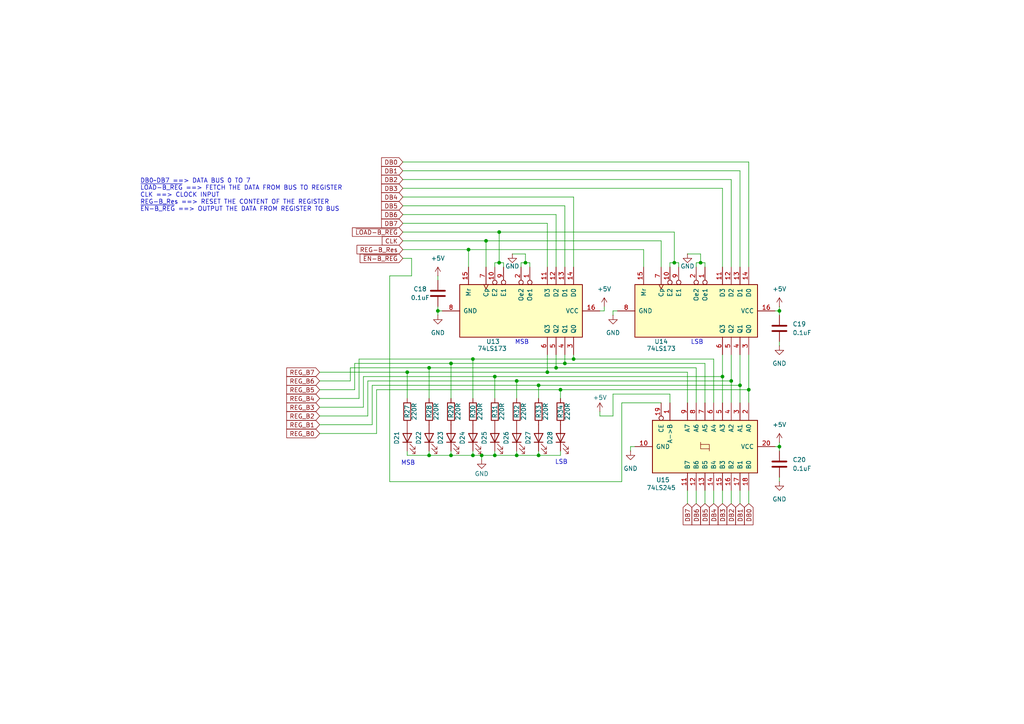
<source format=kicad_sch>
(kicad_sch (version 20231120) (generator "eeschema") (generator_version "8.0")
  (paper "A4")
  (title_block (title "8-BIT B REGISTER") (date "2024-09-16") (rev "0.0") (company "MY COMPANY") (comment 1 "AUTHOR SAYAN RANA"))
  (lib_symbols
    (symbol "74xx:74LS173" (pin_names (offset 1.016))
      (property "Reference" "U" (at -7.62 19.05 0))
      (property "Value" "74LS173" (at -7.62 -19.05 0))
      (symbol "74LS173_1_0"
        (pin input inverted (at -12.7 2.54 0) (length 5.08) (name "Oe1") (number "1"))
        (pin input inverted (at -12.7 -7.62 0) (length 5.08) (name "E2") (number "10"))
        (pin input line (at -12.7 7.62 0) (length 5.08) (name "D3") (number "11"))
        (pin input line (at -12.7 10.16 0) (length 5.08) (name "D2") (number "12"))
        (pin input line (at -12.7 12.7 0) (length 5.08) (name "D1") (number "13"))
        (pin input line (at -12.7 15.24 0) (length 5.08) (name "D0") (number "14"))
        (pin input line (at -12.7 -15.24 0) (length 5.08) (name "Mr") (number "15"))
        (pin power_in line (at 0 22.86 270) (length 5.08) (name "VCC") (number "16"))
        (pin input inverted (at -12.7 0 0) (length 5.08) (name "Oe2") (number "2"))
        (pin tri_state line (at 12.7 15.24 180) (length 5.08) (name "Q0") (number "3"))
        (pin tri_state line (at 12.7 12.7 180) (length 5.08) (name "Q1") (number "4"))
        (pin tri_state line (at 12.7 10.16 180) (length 5.08) (name "Q2") (number "5"))
        (pin tri_state line (at 12.7 7.62 180) (length 5.08) (name "Q3") (number "6"))
        (pin input clock (at -12.7 -10.16 0) (length 5.08) (name "Cp") (number "7"))
        (pin power_in line (at 0 -22.86 90) (length 5.08) (name "GND") (number "8"))
        (pin input inverted (at -12.7 -5.08 0) (length 5.08) (name "E1") (number "9"))
      )
      (symbol "74LS173_1_1"
        (rectangle (start -7.62 17.78) (end 7.62 -17.78) (stroke (width 0.254)) (fill (type background)))
      )
    )
    (symbol "74xx:74LS245" (pin_names (offset 1.016))
      (property "Reference" "U" (at -7.62 16.51 0))
      (property "Value" "74LS245" (at -7.62 -16.51 0))
      (symbol "74LS245_1_0"
        (polyline (pts (xy -0.635 -1.27) (xy -0.635 1.27) (xy 0.635 1.27)))
        (polyline (pts (xy -1.27 -1.27) (xy 0.635 -1.27) (xy 0.635 1.27) (xy 1.27 1.27)))
        (pin input line (at -12.7 -10.16 0) (length 5.08) (name "A->B") (number "1"))
        (pin power_in line (at 0 -20.32 90) (length 5.08) (name "GND") (number "10"))
        (pin tri_state line (at 12.7 -5.08 180) (length 5.08) (name "B7") (number "11"))
        (pin tri_state line (at 12.7 -2.54 180) (length 5.08) (name "B6") (number "12"))
        (pin tri_state line (at 12.7 0 180) (length 5.08) (name "B5") (number "13"))
        (pin tri_state line (at 12.7 2.54 180) (length 5.08) (name "B4") (number "14"))
        (pin tri_state line (at 12.7 5.08 180) (length 5.08) (name "B3") (number "15"))
        (pin tri_state line (at 12.7 7.62 180) (length 5.08) (name "B2") (number "16"))
        (pin tri_state line (at 12.7 10.16 180) (length 5.08) (name "B1") (number "17"))
        (pin tri_state line (at 12.7 12.7 180) (length 5.08) (name "B0") (number "18"))
        (pin input inverted (at -12.7 -12.7 0) (length 5.08) (name "CE") (number "19"))
        (pin tri_state line (at -12.7 12.7 0) (length 5.08) (name "A0") (number "2"))
        (pin power_in line (at 0 20.32 270) (length 5.08) (name "VCC") (number "20"))
        (pin tri_state line (at -12.7 10.16 0) (length 5.08) (name "A1") (number "3"))
        (pin tri_state line (at -12.7 7.62 0) (length 5.08) (name "A2") (number "4"))
        (pin tri_state line (at -12.7 5.08 0) (length 5.08) (name "A3") (number "5"))
        (pin tri_state line (at -12.7 2.54 0) (length 5.08) (name "A4") (number "6"))
        (pin tri_state line (at -12.7 0 0) (length 5.08) (name "A5") (number "7"))
        (pin tri_state line (at -12.7 -2.54 0) (length 5.08) (name "A6") (number "8"))
        (pin tri_state line (at -12.7 -5.08 0) (length 5.08) (name "A7") (number "9"))
      )
      (symbol "74LS245_1_1"
        (rectangle (start -7.62 15.24) (end 7.62 -15.24) (stroke (width 0.254)) (fill (type background)))
      )
    )
    (symbol "Device:C" (pin_numbers hide) (pin_names (offset 0.254))
      (property "Reference" "C" (at 0.635 2.54 0))
      (property "Value" "C" (at 0.635 -2.54 0))
      (symbol "C_0_1"
        (polyline (pts (xy -2.032 -0.762) (xy 2.032 -0.762)) (stroke (width 0.508)))
        (polyline (pts (xy -2.032 0.762) (xy 2.032 0.762)) (stroke (width 0.508)))
      )
      (symbol "C_1_1"
        (pin passive line (at 0 3.81 270) (length 2.794) (name "~") (number "1"))
        (pin passive line (at 0 -3.81 90) (length 2.794) (name "~") (number "2"))
      )
    )
    (symbol "Device:LED" (pin_numbers hide) (pin_names (offset 1.016) hide)
      (property "Reference" "D" (at 0 2.54 0))
      (property "Value" "LED" (at 0 -2.54 0))
      (symbol "LED_0_1"
        (polyline (pts (xy -1.27 -1.27) (xy -1.27 1.27)) (stroke (width 0.254)))
        (polyline (pts (xy -1.27 0) (xy 1.27 0)))
        (polyline (pts (xy 1.27 -1.27) (xy 1.27 1.27) (xy -1.27 0) (xy 1.27 -1.27)) (stroke (width 0.254)))
        (polyline (pts (xy -3.048 -0.762) (xy -4.572 -2.286) (xy -3.81 -2.286) (xy -4.572 -2.286) (xy -4.572 -1.524)))
        (polyline (pts (xy -1.778 -0.762) (xy -3.302 -2.286) (xy -2.54 -2.286) (xy -3.302 -2.286) (xy -3.302 -1.524)))
      )
      (symbol "LED_1_1"
        (pin passive line (at -3.81 0 0) (length 2.54) (name "K") (number "1"))
        (pin passive line (at 3.81 0 180) (length 2.54) (name "A") (number "2"))
      )
    )
    (symbol "Device:R" (pin_numbers hide) (pin_names (offset 0))
      (property "Reference" "R" (at 2.032 0 90))
      (property "Value" "R" (at 0 0 90))
      (symbol "R_0_1"
        (rectangle (start -1.016 -2.54) (end 1.016 2.54) (stroke (width 0.254)))
      )
      (symbol "R_1_1"
        (pin passive line (at 0 3.81 270) (length 1.27) (name "~") (number "1"))
        (pin passive line (at 0 -3.81 90) (length 1.27) (name "~") (number "2"))
      )
    )
    (symbol "power:+5V" (power) (pin_numbers hide) (pin_names (offset 0) hide)
      (property "Value" "+5V" (at 0 3.556 0))
      (symbol "+5V_0_1"
        (polyline (pts (xy -0.762 1.27) (xy 0 2.54)))
        (polyline (pts (xy 0 0) (xy 0 2.54)))
        (polyline (pts (xy 0 2.54) (xy 0.762 1.27)))
      )
      (symbol "+5V_1_1"
        (pin power_in line (at 0 0 90) (length 0) (name "~") (number "1"))
      )
    )
    (symbol "power:GND" (power) (pin_numbers hide) (pin_names (offset 0) hide)
      (property "Value" "GND" (at 0 -3.81 0))
      (symbol "GND_0_1"
        (polyline (pts (xy 0 0) (xy 0 -1.27) (xy 1.27 -1.27) (xy 0 -2.54) (xy -1.27 -1.27) (xy 0 -1.27)))
      )
      (symbol "GND_1_1"
        (pin power_in line (at 0 0 270) (length 0) (name "~") (number "1"))
      )
    )
  )
  (junction (at 166.37 104.14))
  (junction (at 209.55 109.22))
  (junction (at 203.2 76.2))
  (junction (at 135.89 72.39))
  (junction (at 137.16 132.08))
  (junction (at 217.17 113.03))
  (junction (at 144.78 67.31))
  (junction (at 137.16 104.14))
  (junction (at 214.63 111.76))
  (junction (at 161.29 106.68))
  (junction (at 130.81 105.41))
  (junction (at 118.11 107.95))
  (junction (at 226.06 129.54))
  (junction (at 140.97 69.85))
  (junction (at 144.78 76.2))
  (junction (at 152.4 76.2))
  (junction (at 130.81 132.08))
  (junction (at 143.51 109.22))
  (junction (at 195.58 76.2))
  (junction (at 226.06 90.17))
  (junction (at 156.21 132.08))
  (junction (at 143.51 132.08))
  (junction (at 162.56 113.03))
  (junction (at 212.09 110.49))
  (junction (at 158.75 107.95))
  (junction (at 139.7 132.08))
  (junction (at 124.46 106.68))
  (junction (at 149.86 132.08))
  (junction (at 163.83 105.41))
  (junction (at 127 90.17))
  (junction (at 124.46 132.08))
  (junction (at 156.21 111.76))
  (junction (at 149.86 110.49))
  (wire (pts (xy 119.38 74.93) (xy 116.84 74.93)))
  (wire (pts (xy 127 88.9) (xy 127 90.17)))
  (wire (pts (xy 92.71 110.49) (xy 101.6 110.49)))
  (wire (pts (xy 130.81 115.57) (xy 130.81 105.41)))
  (wire (pts (xy 175.26 88.9) (xy 175.26 90.17)))
  (wire (pts (xy 217.17 142.24) (xy 217.17 146.05)))
  (wire (pts (xy 166.37 57.15) (xy 166.37 77.47)))
  (wire (pts (xy 199.39 107.95) (xy 199.39 116.84)))
  (wire (pts (xy 144.78 67.31) (xy 144.78 76.2)))
  (wire (pts (xy 116.84 46.99) (xy 217.17 46.99)))
  (wire (pts (xy 209.55 142.24) (xy 209.55 146.05)))
  (wire (pts (xy 199.39 73.66) (xy 203.2 73.66)))
  (wire (pts (xy 152.4 76.2) (xy 153.67 76.2)))
  (wire (pts (xy 146.05 76.2) (xy 146.05 77.47)))
  (wire (pts (xy 203.2 73.66) (xy 203.2 76.2)))
  (wire (pts (xy 128.27 90.17) (xy 127 90.17)))
  (wire (pts (xy 224.79 90.17) (xy 226.06 90.17)))
  (wire (pts (xy 163.83 77.47) (xy 163.83 59.69)))
  (wire (pts (xy 124.46 115.57) (xy 124.46 106.68)))
  (wire (pts (xy 130.81 105.41) (xy 163.83 105.41)))
  (wire (pts (xy 194.31 114.3) (xy 177.8 114.3)))
  (wire (pts (xy 149.86 110.49) (xy 106.68 110.49)))
  (wire (pts (xy 196.85 76.2) (xy 196.85 77.47)))
  (wire (pts (xy 92.71 107.95) (xy 118.11 107.95)))
  (wire (pts (xy 137.16 104.14) (xy 166.37 104.14)))
  (wire (pts (xy 135.89 72.39) (xy 186.69 72.39)))
  (wire (pts (xy 158.75 64.77) (xy 158.75 77.47)))
  (wire (pts (xy 226.06 90.17) (xy 226.06 91.44)))
  (wire (pts (xy 152.4 73.66) (xy 152.4 76.2)))
  (wire (pts (xy 140.97 69.85) (xy 140.97 77.47)))
  (wire (pts (xy 116.84 67.31) (xy 144.78 67.31)))
  (wire (pts (xy 151.13 76.2) (xy 152.4 76.2)))
  (wire (pts (xy 144.78 76.2) (xy 146.05 76.2)))
  (wire (pts (xy 113.03 139.7) (xy 113.03 80.01)))
  (wire (pts (xy 201.93 77.47) (xy 201.93 76.2)))
  (wire (pts (xy 212.09 102.87) (xy 212.09 110.49)))
  (wire (pts (xy 209.55 109.22) (xy 209.55 116.84)))
  (wire (pts (xy 212.09 142.24) (xy 212.09 146.05)))
  (wire (pts (xy 135.89 77.47) (xy 135.89 72.39)))
  (wire (pts (xy 109.22 125.73) (xy 92.71 125.73)))
  (wire (pts (xy 203.2 76.2) (xy 204.47 76.2)))
  (wire (pts (xy 143.51 76.2) (xy 144.78 76.2)))
  (wire (pts (xy 106.68 110.49) (xy 106.68 120.65)))
  (wire (pts (xy 204.47 105.41) (xy 204.47 116.84)))
  (wire (pts (xy 140.97 69.85) (xy 191.77 69.85)))
  (wire (pts (xy 217.17 102.87) (xy 217.17 113.03)))
  (wire (pts (xy 116.84 64.77) (xy 158.75 64.77)))
  (wire (pts (xy 201.93 76.2) (xy 203.2 76.2)))
  (wire (pts (xy 226.06 90.17) (xy 226.06 88.9)))
  (wire (pts (xy 207.01 142.24) (xy 207.01 146.05)))
  (wire (pts (xy 166.37 104.14) (xy 166.37 102.87)))
  (wire (pts (xy 199.39 142.24) (xy 199.39 146.05)))
  (wire (pts (xy 139.7 132.08) (xy 143.51 132.08)))
  (wire (pts (xy 207.01 104.14) (xy 207.01 116.84)))
  (wire (pts (xy 214.63 142.24) (xy 214.63 146.05)))
  (wire (pts (xy 107.95 123.19) (xy 92.71 123.19)))
  (wire (pts (xy 194.31 76.2) (xy 195.58 76.2)))
  (wire (pts (xy 113.03 80.01) (xy 119.38 80.01)))
  (wire (pts (xy 158.75 107.95) (xy 118.11 107.95)))
  (wire (pts (xy 179.07 90.17) (xy 177.8 90.17)))
  (wire (pts (xy 116.84 62.23) (xy 161.29 62.23)))
  (wire (pts (xy 177.8 120.65) (xy 173.99 120.65)))
  (wire (pts (xy 105.41 109.22) (xy 105.41 118.11)))
  (wire (pts (xy 177.8 90.17) (xy 177.8 91.44)))
  (wire (pts (xy 137.16 115.57) (xy 137.16 104.14)))
  (wire (pts (xy 92.71 113.03) (xy 102.87 113.03)))
  (wire (pts (xy 195.58 67.31) (xy 144.78 67.31)))
  (wire (pts (xy 191.77 69.85) (xy 191.77 77.47)))
  (wire (pts (xy 118.11 132.08) (xy 124.46 132.08)))
  (wire (pts (xy 143.51 130.81) (xy 143.51 132.08)))
  (wire (pts (xy 195.58 76.2) (xy 196.85 76.2)))
  (wire (pts (xy 137.16 130.81) (xy 137.16 132.08)))
  (wire (pts (xy 195.58 76.2) (xy 195.58 67.31)))
  (wire (pts (xy 116.84 52.07) (xy 212.09 52.07)))
  (wire (pts (xy 153.67 76.2) (xy 153.67 77.47)))
  (wire (pts (xy 124.46 130.81) (xy 124.46 132.08)))
  (wire (pts (xy 207.01 104.14) (xy 166.37 104.14)))
  (wire (pts (xy 143.51 109.22) (xy 209.55 109.22)))
  (wire (pts (xy 137.16 132.08) (xy 139.7 132.08)))
  (wire (pts (xy 104.14 104.14) (xy 104.14 115.57)))
  (wire (pts (xy 149.86 110.49) (xy 212.09 110.49)))
  (wire (pts (xy 148.59 73.66) (xy 152.4 73.66)))
  (wire (pts (xy 214.63 102.87) (xy 214.63 111.76)))
  (wire (pts (xy 116.84 49.53) (xy 214.63 49.53)))
  (wire (pts (xy 201.93 106.68) (xy 201.93 116.84)))
  (wire (pts (xy 212.09 52.07) (xy 212.09 77.47)))
  (wire (pts (xy 149.86 130.81) (xy 149.86 132.08)))
  (wire (pts (xy 175.26 90.17) (xy 173.99 90.17)))
  (wire (pts (xy 116.84 57.15) (xy 166.37 57.15)))
  (wire (pts (xy 186.69 72.39) (xy 186.69 77.47)))
  (wire (pts (xy 116.84 54.61) (xy 209.55 54.61)))
  (wire (pts (xy 217.17 113.03) (xy 217.17 116.84)))
  (wire (pts (xy 149.86 115.57) (xy 149.86 110.49)))
  (wire (pts (xy 92.71 115.57) (xy 104.14 115.57)))
  (wire (pts (xy 109.22 113.03) (xy 109.22 125.73)))
  (wire (pts (xy 156.21 111.76) (xy 214.63 111.76)))
  (wire (pts (xy 177.8 114.3) (xy 177.8 120.65)))
  (wire (pts (xy 92.71 120.65) (xy 106.68 120.65)))
  (wire (pts (xy 119.38 80.01) (xy 119.38 74.93)))
  (wire (pts (xy 217.17 46.99) (xy 217.17 77.47)))
  (wire (pts (xy 161.29 106.68) (xy 201.93 106.68)))
  (wire (pts (xy 201.93 142.24) (xy 201.93 146.05)))
  (wire (pts (xy 212.09 110.49) (xy 212.09 116.84)))
  (wire (pts (xy 214.63 111.76) (xy 214.63 116.84)))
  (wire (pts (xy 107.95 111.76) (xy 107.95 123.19)))
  (wire (pts (xy 127 80.01) (xy 127 81.28)))
  (wire (pts (xy 118.11 130.81) (xy 118.11 132.08)))
  (wire (pts (xy 162.56 115.57) (xy 162.56 113.03)))
  (wire (pts (xy 102.87 105.41) (xy 102.87 113.03)))
  (wire (pts (xy 143.51 115.57) (xy 143.51 109.22)))
  (wire (pts (xy 137.16 104.14) (xy 104.14 104.14)))
  (wire (pts (xy 158.75 107.95) (xy 158.75 102.87)))
  (wire (pts (xy 156.21 130.81) (xy 156.21 132.08)))
  (wire (pts (xy 180.34 139.7) (xy 113.03 139.7)))
  (wire (pts (xy 162.56 132.08) (xy 162.56 130.81)))
  (wire (pts (xy 194.31 77.47) (xy 194.31 76.2)))
  (wire (pts (xy 151.13 77.47) (xy 151.13 76.2)))
  (wire (pts (xy 127 90.17) (xy 127 91.44)))
  (wire (pts (xy 226.06 99.06) (xy 226.06 100.33)))
  (wire (pts (xy 161.29 62.23) (xy 161.29 77.47)))
  (wire (pts (xy 204.47 76.2) (xy 204.47 77.47)))
  (wire (pts (xy 161.29 106.68) (xy 161.29 102.87)))
  (wire (pts (xy 162.56 113.03) (xy 217.17 113.03)))
  (wire (pts (xy 224.79 129.54) (xy 226.06 129.54)))
  (wire (pts (xy 116.84 69.85) (xy 140.97 69.85)))
  (wire (pts (xy 163.83 59.69) (xy 116.84 59.69)))
  (wire (pts (xy 180.34 116.84) (xy 191.77 116.84)))
  (wire (pts (xy 182.88 129.54) (xy 184.15 129.54)))
  (wire (pts (xy 156.21 115.57) (xy 156.21 111.76)))
  (wire (pts (xy 173.99 120.65) (xy 173.99 119.38)))
  (wire (pts (xy 163.83 105.41) (xy 163.83 102.87)))
  (wire (pts (xy 143.51 109.22) (xy 105.41 109.22)))
  (wire (pts (xy 92.71 118.11) (xy 105.41 118.11)))
  (wire (pts (xy 214.63 49.53) (xy 214.63 77.47)))
  (wire (pts (xy 124.46 106.68) (xy 161.29 106.68)))
  (wire (pts (xy 204.47 142.24) (xy 204.47 146.05)))
  (wire (pts (xy 204.47 105.41) (xy 163.83 105.41)))
  (wire (pts (xy 209.55 54.61) (xy 209.55 77.47)))
  (wire (pts (xy 226.06 129.54) (xy 226.06 130.81)))
  (wire (pts (xy 124.46 132.08) (xy 130.81 132.08)))
  (wire (pts (xy 162.56 113.03) (xy 109.22 113.03)))
  (wire (pts (xy 149.86 132.08) (xy 156.21 132.08)))
  (wire (pts (xy 182.88 130.81) (xy 182.88 129.54)))
  (wire (pts (xy 194.31 116.84) (xy 194.31 114.3)))
  (wire (pts (xy 199.39 107.95) (xy 158.75 107.95)))
  (wire (pts (xy 180.34 116.84) (xy 180.34 139.7)))
  (wire (pts (xy 118.11 107.95) (xy 118.11 115.57)))
  (wire (pts (xy 226.06 128.27) (xy 226.06 129.54)))
  (wire (pts (xy 143.51 132.08) (xy 149.86 132.08)))
  (wire (pts (xy 130.81 130.81) (xy 130.81 132.08)))
  (wire (pts (xy 130.81 132.08) (xy 137.16 132.08)))
  (wire (pts (xy 156.21 132.08) (xy 162.56 132.08)))
  (wire (pts (xy 143.51 77.47) (xy 143.51 76.2)))
  (wire (pts (xy 124.46 106.68) (xy 101.6 106.68)))
  (wire (pts (xy 156.21 111.76) (xy 107.95 111.76)))
  (wire (pts (xy 139.7 132.08) (xy 139.7 133.35)))
  (wire (pts (xy 226.06 138.43) (xy 226.06 139.7)))
  (wire (pts (xy 101.6 106.68) (xy 101.6 110.49)))
  (wire (pts (xy 116.84 72.39) (xy 135.89 72.39)))
  (wire (pts (xy 209.55 102.87) (xy 209.55 109.22)))
  (wire (pts (xy 130.81 105.41) (xy 102.87 105.41)))
  (text "LSB" (at 162.814 134.112 0) (effects (font (size 1.27 1.27))))
  (text "LSB" (at 202.184 99.314 0) (effects (font (size 1.27 1.27))))
  (text "DB0~DB7 ==> DATA BUS 0 TO 7\n~{LOAD-B_REG} ==> FETCH THE DATA FROM BUS TO REGISTER\nCLK ==> CLOCK INPUT\nREG-B_Res ==> RESET THE CONTENT OF THE REGISTER\n~{EN-B_REG} ==> OUTPUT THE DATA FROM REGISTER TO BUS" (at 40.64 56.642 0) (effects (font (size 1.27 1.27)) (justify left)))
  (text "MSB" (at 118.364 134.366 0) (effects (font (size 1.27 1.27))))
  (text "MSB" (at 151.384 99.314 0) (effects (font (size 1.27 1.27))))
  (global_label "REG_B5" (shape input) (at 92.71 113.03 180) (property "Intersheetrefs" "${INTERSHEET_REFS}" (effects (hide yes))))
  (global_label "CLK" (shape input) (at 116.84 69.85 180) (property "Intersheetrefs" "${INTERSHEET_REFS}" (effects (hide yes))))
  (global_label "DB0" (shape input) (at 116.84 46.99 180) (property "Intersheetrefs" "${INTERSHEET_REFS}" (effects (hide yes))))
  (global_label "DB5" (shape input) (at 116.84 59.69 180) (property "Intersheetrefs" "${INTERSHEET_REFS}" (effects (hide yes))))
  (global_label "REG_B2" (shape input) (at 92.71 120.65 180) (property "Intersheetrefs" "${INTERSHEET_REFS}" (effects (hide yes))))
  (global_label "DB1" (shape input) (at 116.84 49.53 180) (property "Intersheetrefs" "${INTERSHEET_REFS}" (effects (hide yes))))
  (global_label "DB5" (shape input) (at 204.47 146.05 270) (property "Intersheetrefs" "${INTERSHEET_REFS}" (effects (hide yes))))
  (global_label "REG_B4" (shape input) (at 92.71 115.57 180) (property "Intersheetrefs" "${INTERSHEET_REFS}" (effects (hide yes))))
  (global_label "DB4" (shape input) (at 116.84 57.15 180) (property "Intersheetrefs" "${INTERSHEET_REFS}" (effects (hide yes))))
  (global_label "~{EN-B_REG}" (shape input) (at 116.84 74.93 180) (property "Intersheetrefs" "${INTERSHEET_REFS}" (effects (hide yes))))
  (global_label "REG_B3" (shape input) (at 92.71 118.11 180) (property "Intersheetrefs" "${INTERSHEET_REFS}" (effects (hide yes))))
  (global_label "DB2" (shape input) (at 116.84 52.07 180) (property "Intersheetrefs" "${INTERSHEET_REFS}" (effects (hide yes))))
  (global_label "DB7" (shape input) (at 199.39 146.05 270) (property "Intersheetrefs" "${INTERSHEET_REFS}" (effects (hide yes))))
  (global_label "DB6" (shape input) (at 201.93 146.05 270) (property "Intersheetrefs" "${INTERSHEET_REFS}" (effects (hide yes))))
  (global_label "DB2" (shape input) (at 212.09 146.05 270) (property "Intersheetrefs" "${INTERSHEET_REFS}" (effects (hide yes))))
  (global_label "DB6" (shape input) (at 116.84 62.23 180) (property "Intersheetrefs" "${INTERSHEET_REFS}" (effects (hide yes))))
  (global_label "~{LOAD-B_REG}" (shape input) (at 116.84 67.31 180) (property "Intersheetrefs" "${INTERSHEET_REFS}" (effects (hide yes))))
  (global_label "DB1" (shape input) (at 214.63 146.05 270) (property "Intersheetrefs" "${INTERSHEET_REFS}" (effects (hide yes))))
  (global_label "DB0" (shape input) (at 217.17 146.05 270) (property "Intersheetrefs" "${INTERSHEET_REFS}" (effects (hide yes))))
  (global_label "REG-B_Res" (shape input) (at 116.84 72.39 180) (property "Intersheetrefs" "${INTERSHEET_REFS}" (effects (hide yes))))
  (global_label "DB4" (shape input) (at 207.01 146.05 270) (property "Intersheetrefs" "${INTERSHEET_REFS}" (effects (hide yes))))
  (global_label "REG_B7" (shape input) (at 92.71 107.95 180) (property "Intersheetrefs" "${INTERSHEET_REFS}" (effects (hide yes))))
  (global_label "REG_B6" (shape input) (at 92.71 110.49 180) (property "Intersheetrefs" "${INTERSHEET_REFS}" (effects (hide yes))))
  (global_label "DB3" (shape input) (at 209.55 146.05 270) (property "Intersheetrefs" "${INTERSHEET_REFS}" (effects (hide yes))))
  (global_label "REG_B1" (shape input) (at 92.71 123.19 180) (property "Intersheetrefs" "${INTERSHEET_REFS}" (effects (hide yes))))
  (global_label "DB7" (shape input) (at 116.84 64.77 180) (property "Intersheetrefs" "${INTERSHEET_REFS}" (effects (hide yes))))
  (global_label "REG_B0" (shape input) (at 92.71 125.73 180) (property "Intersheetrefs" "${INTERSHEET_REFS}" (effects (hide yes))))
  (global_label "DB3" (shape input) (at 116.84 54.61 180) (property "Intersheetrefs" "${INTERSHEET_REFS}" (effects (hide yes))))
  (symbol (lib_id "Device:LED") (at 124.46 127 90) (unit 1)
    (property "Reference" "D22" (at 121.412 127 0))
    (property "Value" "LED" (effects (hide yes)))
    (property "Description" "Light emitting diode" (effects (hide yes)))
  )
  (symbol (lib_id "power:GND") (at 226.06 100.33 0) (unit 1)
    (property "Reference" "#PWR052" (effects (hide yes)))
    (property "Value" "GND" (at 226.06 105.41 0))
    (property "Description" "Power symbol creates a global label with name \"GND\" , ground" (effects (hide yes)))
  )
  (symbol (lib_id "power:+5V") (at 173.99 119.38 0) (unit 1)
    (property "Reference" "#PWR046" (effects (hide yes)))
    (property "Value" "+5V" (at 173.99 115.316 0))
    (property "Description" "Power symbol creates a global label with name \"+5V\"" (effects (hide yes)))
  )
  (symbol (lib_id "power:GND") (at 139.7 133.35 0) (unit 1)
    (property "Reference" "#PWR044" (effects (hide yes)))
    (property "Value" "GND" (at 139.7 137.414 0))
    (property "Description" "Power symbol creates a global label with name \"GND\" , ground" (effects (hide yes)))
  )
  (symbol (lib_id "power:+5V") (at 226.06 88.9 0) (unit 1)
    (property "Reference" "#PWR051" (effects (hide yes)))
    (property "Value" "+5V" (at 226.06 83.82 0))
    (property "Description" "Power symbol creates a global label with name \"+5V\"" (effects (hide yes)))
  )
  (symbol (lib_id "Device:R") (at 149.86 119.38 180) (unit 1)
    (property "Reference" "R32" (at 149.86 119.38 90))
    (property "Value" "220R" (at 151.892 119.38 90))
    (property "Description" "Resistor" (effects (hide yes)))
  )
  (symbol (lib_id "power:GND") (at 182.88 130.81 0) (unit 1)
    (property "Reference" "#PWR049" (effects (hide yes)))
    (property "Value" "GND" (at 182.88 135.89 0))
    (property "Description" "Power symbol creates a global label with name \"GND\" , ground" (effects (hide yes)))
  )
  (symbol (lib_id "Device:LED") (at 162.56 127 90) (unit 1)
    (property "Reference" "D28" (at 159.512 127 0))
    (property "Value" "LED" (effects (hide yes)))
    (property "Description" "Light emitting diode" (effects (hide yes)))
  )
  (symbol (lib_id "Device:C") (at 226.06 95.25 0) (unit 1)
    (property "Reference" "C19" (at 229.87 93.9799 0) (effects (justify left)))
    (property "Value" "0.1uF" (at 229.87 96.5199 0) (effects (justify left)))
    (property "Description" "Unpolarized capacitor" (effects (hide yes)))
  )
  (symbol (lib_id "Device:C") (at 127 85.09 0) (unit 1)
    (property "Reference" "C18" (at 119.888 83.82 0) (effects (justify left)))
    (property "Value" "0.1uF" (at 119.126 86.36 0) (effects (justify left)))
    (property "Description" "Unpolarized capacitor" (effects (hide yes)))
  )
  (symbol (lib_id "Device:LED") (at 130.81 127 90) (unit 1)
    (property "Reference" "D23" (at 127.762 127 0))
    (property "Value" "LED" (effects (hide yes)))
    (property "Description" "Light emitting diode" (effects (hide yes)))
  )
  (symbol (lib_id "power:GND") (at 226.06 139.7 0) (unit 1)
    (property "Reference" "#PWR054" (effects (hide yes)))
    (property "Value" "GND" (at 226.06 144.78 0))
    (property "Description" "Power symbol creates a global label with name \"GND\" , ground" (effects (hide yes)))
  )
  (symbol (lib_id "power:GND") (at 148.59 73.66 0) (unit 1)
    (property "Reference" "#PWR045" (effects (hide yes)))
    (property "Value" "GND" (at 148.59 77.216 0))
    (property "Description" "Power symbol creates a global label with name \"GND\" , ground" (effects (hide yes)))
  )
  (symbol (lib_id "Device:LED") (at 118.11 127 90) (unit 1)
    (property "Reference" "D21" (at 115.062 127 0))
    (property "Value" "LED" (effects (hide yes)))
    (property "Description" "Light emitting diode" (effects (hide yes)))
  )
  (symbol (lib_id "Device:R") (at 118.11 119.38 180) (unit 1)
    (property "Reference" "R27" (at 118.11 119.38 90))
    (property "Value" "220R" (at 120.142 119.38 90))
    (property "Description" "Resistor" (effects (hide yes)))
  )
  (symbol (lib_id "power:+5V") (at 127 80.01 0) (unit 1)
    (property "Reference" "#PWR042" (effects (hide yes)))
    (property "Value" "+5V" (at 127 74.93 0))
    (property "Description" "Power symbol creates a global label with name \"+5V\"" (effects (hide yes)))
  )
  (symbol (lib_id "Device:C") (at 226.06 134.62 0) (unit 1)
    (property "Reference" "C20" (at 229.87 133.3499 0) (effects (justify left)))
    (property "Value" "0.1uF" (at 229.87 135.8899 0) (effects (justify left)))
    (property "Description" "Unpolarized capacitor" (effects (hide yes)))
  )
  (symbol (lib_id "74xx:74LS173") (at 201.93 90.17 270) (unit 1)
    (property "Reference" "U14" (at 191.77 99.06 90))
    (property "Value" "74LS173" (at 191.77 101.092 90))
    (property "Datasheet" "http://www.ti.com/lit/gpn/sn74LS173" (effects (hide yes)))
    (property "Description" "4-bit D-type Register, 3 state out" (effects (hide yes)))
  )
  (symbol (lib_id "74xx:74LS173") (at 151.13 90.17 270) (unit 1)
    (property "Reference" "U13" (at 143.002 99.06 90))
    (property "Value" "74LS173" (at 142.748 101.092 90))
    (property "Datasheet" "http://www.ti.com/lit/gpn/sn74LS173" (effects (hide yes)))
    (property "Description" "4-bit D-type Register, 3 state out" (effects (hide yes)))
  )
  (symbol (lib_id "Device:LED") (at 143.51 127 90) (unit 1)
    (property "Reference" "D25" (at 140.462 127 0))
    (property "Value" "LED" (effects (hide yes)))
    (property "Description" "Light emitting diode" (effects (hide yes)))
  )
  (symbol (lib_id "74xx:74LS245") (at 204.47 129.54 270) (unit 1)
    (property "Reference" "U15" (at 192.278 139.192 90))
    (property "Value" "74LS245" (at 191.77 141.478 90))
    (property "Datasheet" "http://www.ti.com/lit/gpn/sn74LS245" (effects (hide yes)))
    (property "Description" "Octal BUS Transceivers, 3-State outputs" (effects (hide yes)))
  )
  (symbol (lib_id "power:GND") (at 199.39 73.66 0) (unit 1)
    (property "Reference" "#PWR050" (effects (hide yes)))
    (property "Value" "GND" (at 199.39 77.216 0))
    (property "Description" "Power symbol creates a global label with name \"GND\" , ground" (effects (hide yes)))
  )
  (symbol (lib_id "Device:R") (at 137.16 119.38 180) (unit 1)
    (property "Reference" "R30" (at 137.16 119.38 90))
    (property "Value" "220R" (at 139.192 119.38 90))
    (property "Description" "Resistor" (effects (hide yes)))
  )
  (symbol (lib_id "Device:LED") (at 156.21 127 90) (unit 1)
    (property "Reference" "D27" (at 153.162 127 0))
    (property "Value" "LED" (effects (hide yes)))
    (property "Description" "Light emitting diode" (effects (hide yes)))
  )
  (symbol (lib_id "power:+5V") (at 175.26 88.9 0) (unit 1)
    (property "Reference" "#PWR047" (effects (hide yes)))
    (property "Value" "+5V" (at 175.26 83.82 0))
    (property "Description" "Power symbol creates a global label with name \"+5V\"" (effects (hide yes)))
  )
  (symbol (lib_id "Device:R") (at 156.21 119.38 180) (unit 1)
    (property "Reference" "R33" (at 156.21 119.38 90))
    (property "Value" "220R" (at 158.242 119.38 90))
    (property "Description" "Resistor" (effects (hide yes)))
  )
  (symbol (lib_id "Device:LED") (at 149.86 127 90) (unit 1)
    (property "Reference" "D26" (at 146.812 127 0))
    (property "Value" "LED" (effects (hide yes)))
    (property "Description" "Light emitting diode" (effects (hide yes)))
  )
  (symbol (lib_id "power:GND") (at 127 91.44 0) (unit 1)
    (property "Reference" "#PWR043" (effects (hide yes)))
    (property "Value" "GND" (at 127 96.52 0))
    (property "Description" "Power symbol creates a global label with name \"GND\" , ground" (effects (hide yes)))
  )
  (symbol (lib_id "Device:LED") (at 137.16 127 90) (unit 1)
    (property "Reference" "D24" (at 134.112 127 0))
    (property "Value" "LED" (effects (hide yes)))
    (property "Description" "Light emitting diode" (effects (hide yes)))
  )
  (symbol (lib_id "Device:R") (at 124.46 119.38 180) (unit 1)
    (property "Reference" "R28" (at 124.46 119.38 90))
    (property "Value" "220R" (at 126.492 119.38 90))
    (property "Description" "Resistor" (effects (hide yes)))
  )
  (symbol (lib_id "Device:R") (at 162.56 119.38 180) (unit 1)
    (property "Reference" "R34" (at 162.56 119.38 90))
    (property "Value" "220R" (at 164.592 119.38 90))
    (property "Description" "Resistor" (effects (hide yes)))
  )
  (symbol (lib_id "power:GND") (at 177.8 91.44 0) (unit 1)
    (property "Reference" "#PWR048" (effects (hide yes)))
    (property "Value" "GND" (at 177.8 96.52 0))
    (property "Description" "Power symbol creates a global label with name \"GND\" , ground" (effects (hide yes)))
  )
  (symbol (lib_id "Device:R") (at 143.51 119.38 180) (unit 1)
    (property "Reference" "R31" (at 143.51 119.38 90))
    (property "Value" "220R" (at 145.542 119.38 90))
    (property "Description" "Resistor" (effects (hide yes)))
  )
  (symbol (lib_id "power:+5V") (at 226.06 128.27 0) (unit 1)
    (property "Reference" "#PWR053" (effects (hide yes)))
    (property "Value" "+5V" (at 226.06 123.19 0))
    (property "Description" "Power symbol creates a global label with name \"+5V\"" (effects (hide yes)))
  )
  (symbol (lib_id "Device:R") (at 130.81 119.38 180) (unit 1)
    (property "Reference" "R29" (at 130.81 119.38 90))
    (property "Value" "220R" (at 132.842 119.38 90))
    (property "Description" "Resistor" (effects (hide yes)))
  )
)
</source>
